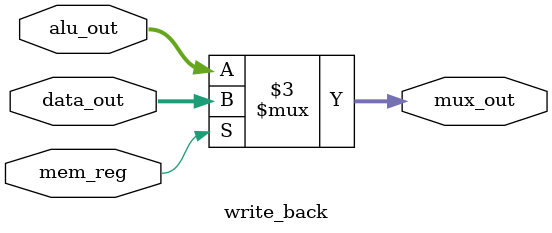
<source format=sv>
module write_back(
    input logic [31:0] data_out, 
    input logic [31:0] alu_out,
    input logic mem_reg,
    output logic [31:0] mux_out
);

    always @(*) begin
        if (mem_reg)
            mux_out = data_out;  // Select data_out if mem_reg is 1
        else
            mux_out = alu_out;   // Select alu_out if mem_reg is 0
    end
endmodule

</source>
